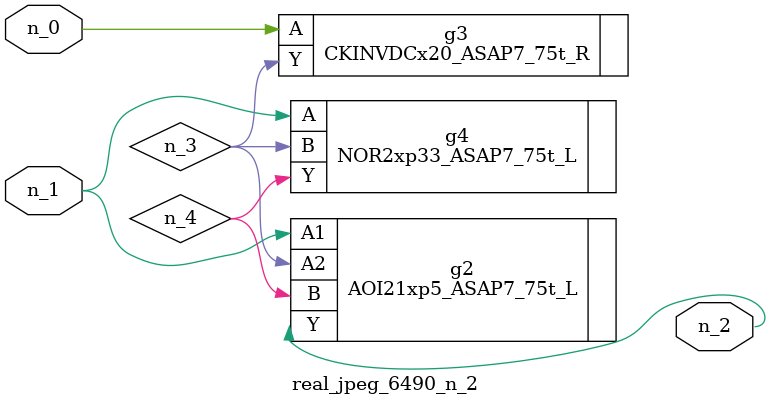
<source format=v>
module real_jpeg_6490_n_2 (n_1, n_0, n_2);

input n_1;
input n_0;

output n_2;

wire n_4;
wire n_3;

CKINVDCx20_ASAP7_75t_R g3 ( 
.A(n_0),
.Y(n_3)
);

AOI21xp5_ASAP7_75t_L g2 ( 
.A1(n_1),
.A2(n_3),
.B(n_4),
.Y(n_2)
);

NOR2xp33_ASAP7_75t_L g4 ( 
.A(n_1),
.B(n_3),
.Y(n_4)
);


endmodule
</source>
